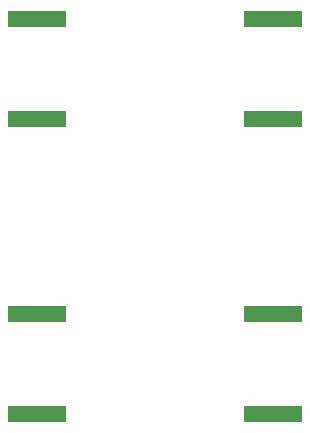
<source format=gbp>
G04*
G04 #@! TF.GenerationSoftware,Altium Limited,Altium Designer,25.6.2 (33)*
G04*
G04 Layer_Color=128*
%FSLAX44Y44*%
%MOMM*%
G71*
G04*
G04 #@! TF.SameCoordinates,406FDB3A-8374-4AAD-B88D-9ED9193208D5*
G04*
G04*
G04 #@! TF.FilePolarity,Positive*
G04*
G01*
G75*
%ADD12R,5.0000X1.4000*%
D12*
X25000Y355000D02*
D03*
Y440000D02*
D03*
Y105000D02*
D03*
Y190000D02*
D03*
X225000D02*
D03*
Y105000D02*
D03*
Y440000D02*
D03*
Y355000D02*
D03*
M02*

</source>
